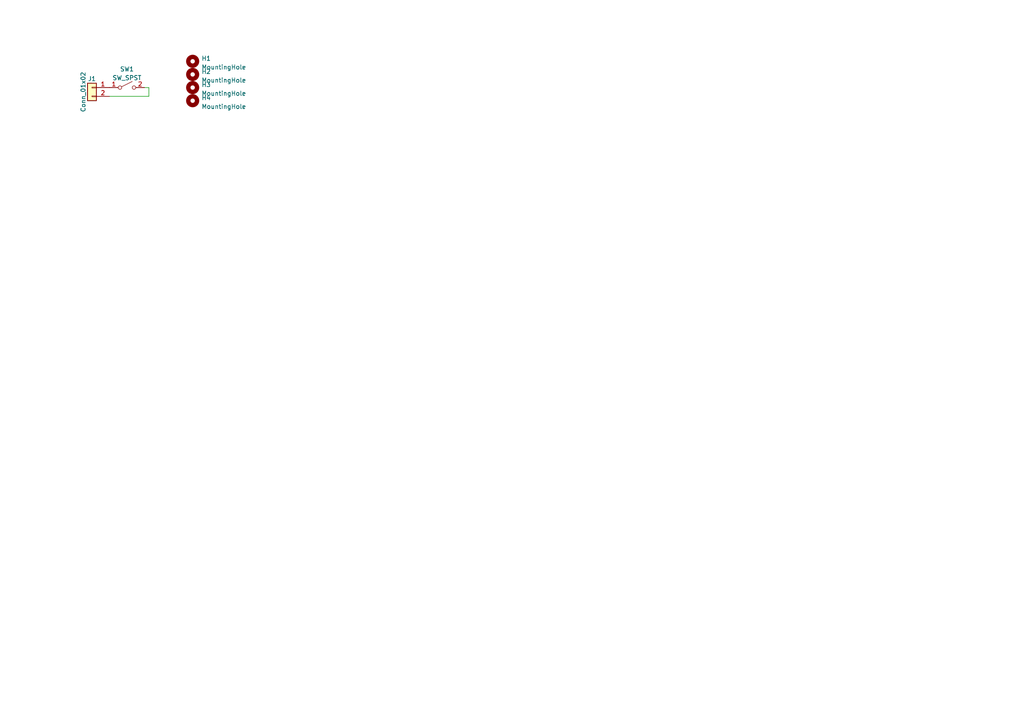
<source format=kicad_sch>
(kicad_sch (version 20211123) (generator eeschema)
  (paper "A4")
  (lib_symbols
    (symbol "Connector_Generic:Conn_01x02" (pin_names (offset 1.016) hide)
      (property "Reference" "J" (at 0 2.54 0))
      (property "Value" "Conn_01x02" (at 0 -5.08 0))
      (symbol "Conn_01x02_1_1"
        (rectangle (start -1.27 -2.413) (end 0 -2.667) (stroke (width 0.1524)))
        (rectangle (start -1.27 0.127) (end 0 -0.127) (stroke (width 0.1524)))
        (rectangle (start -1.27 1.27) (end 1.27 -3.81) (stroke (width 0.254)) (fill (type background)))
        (pin passive line (at -5.08 0 0) (length 3.81) (name "Pin_1") (number "1"))
        (pin passive line (at -5.08 -2.54 0) (length 3.81) (name "Pin_2") (number "2"))
      )
    )
    (symbol "Mechanical:MountingHole" (pin_names (offset 1.016))
      (property "Reference" "H" (at 0 5.08 0))
      (property "Value" "MountingHole" (at 0 3.175 0))
      (symbol "MountingHole_0_1"
        (circle (center 0 0) (radius 1.27) (stroke (width 1.27)))
      )
    )
    (symbol "Switch:SW_SPST" (pin_names (offset 0) hide)
      (property "Reference" "SW" (at 0 3.175 0))
      (property "Value" "SW_SPST" (at 0 -2.54 0))
      (symbol "SW_SPST_0_0"
        (circle (center -2.032 0) (radius 0.508))
        (polyline (pts (xy -1.524 0.254) (xy 1.524 1.778)))
        (circle (center 2.032 0) (radius 0.508))
      )
      (symbol "SW_SPST_1_1"
        (pin passive line (at -5.08 0 0) (length 2.54) (name "A") (number "1"))
        (pin passive line (at 5.08 0 180) (length 2.54) (name "B") (number "2"))
      )
    )
  )
  (wire (pts (xy 43.18 27.94) (xy 31.75 27.94)))
  (wire (pts (xy 41.91 25.4) (xy 43.18 25.4)))
  (wire (pts (xy 43.18 25.4) (xy 43.18 27.94)))
  (symbol (lib_id "Mechanical:MountingHole") (at 55.88 21.59 0) (unit 1)
    (property "Reference" "H2" (at 58.42 20.7553 0) (effects (justify left)))
    (property "Value" "MountingHole" (at 58.42 23.2922 0) (effects (justify left)))
    (property "Footprint" "MountingHole:MountingHole_3.2mm_M3" (effects hide))
  )
  (symbol (lib_id "Connector_Generic:Conn_01x02") (at 26.67 25.4 0) (mirror y) (unit 1)
    (property "Reference" "J1" (at 26.67 22.86 0))
    (property "Value" "Conn_01x02" (at 24.13 26.67 90))
    (property "Footprint" "Connector_PinHeader_2.54mm:PinHeader_1x02_P2.54mm_Vertical" (effects hide))
  )
  (symbol (lib_id "Mechanical:MountingHole") (at 55.88 25.4 0) (unit 1)
    (property "Reference" "H3" (at 58.42 24.5653 0) (effects (justify left)))
    (property "Value" "MountingHole" (at 58.42 27.1022 0) (effects (justify left)))
    (property "Footprint" "MountingHole:MountingHole_3.2mm_M3" (effects hide))
  )
  (symbol (lib_id "Switch:SW_SPST") (at 36.83 25.4 0) (unit 1)
    (property "Reference" "SW1" (at 36.83 20.0492 0))
    (property "Value" "SW_SPST" (at 36.83 22.5861 0))
    (property "Footprint" "Homebrew:SW_Tactile_SPST_TL6300" (effects hide))
    (property "MPN" "TL6300AF260QP" (effects hide))
  )
  (symbol (lib_id "Mechanical:MountingHole") (at 55.88 17.78 0) (unit 1)
    (property "Reference" "H1" (at 58.42 16.9453 0) (effects (justify left)))
    (property "Value" "MountingHole" (at 58.42 19.4822 0) (effects (justify left)))
    (property "Footprint" "MountingHole:MountingHole_3.2mm_M3" (effects hide))
  )
  (symbol (lib_id "Mechanical:MountingHole") (at 55.88 29.21 0) (unit 1)
    (property "Reference" "H4" (at 58.42 28.3753 0) (effects (justify left)))
    (property "Value" "MountingHole" (at 58.42 30.9122 0) (effects (justify left)))
    (property "Footprint" "MountingHole:MountingHole_3.2mm_M3" (effects hide))
  )
)
</source>
